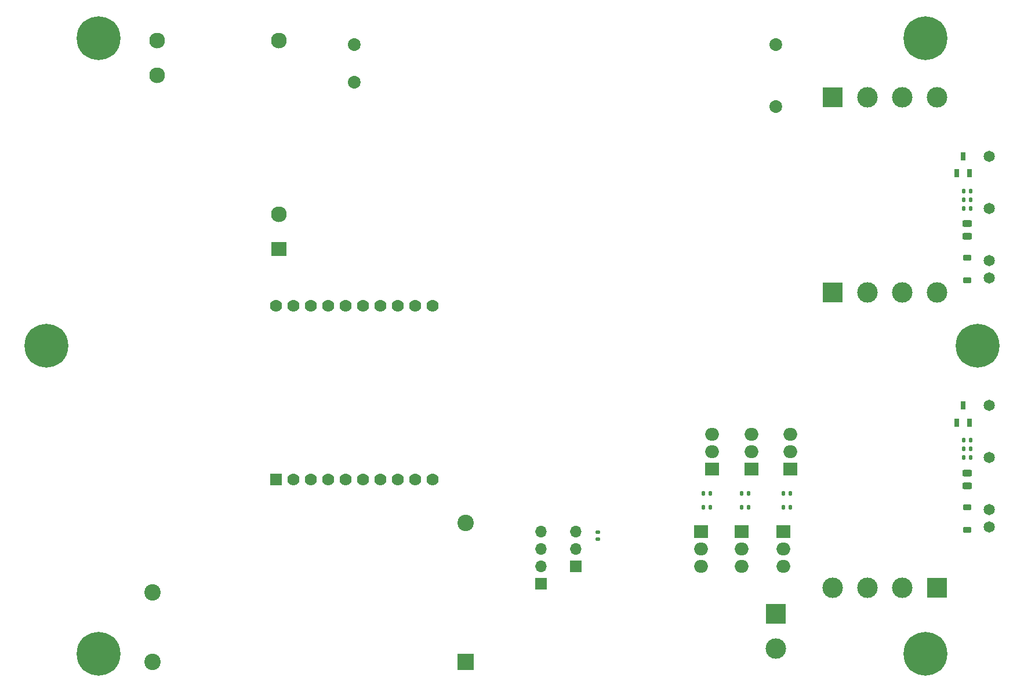
<source format=gbr>
%TF.GenerationSoftware,KiCad,Pcbnew,(7.0.0)*%
%TF.CreationDate,2023-03-18T12:10:04+01:00*%
%TF.ProjectId,rgb-garden-box,7267622d-6761-4726-9465-6e2d626f782e,rev?*%
%TF.SameCoordinates,Original*%
%TF.FileFunction,Soldermask,Top*%
%TF.FilePolarity,Negative*%
%FSLAX46Y46*%
G04 Gerber Fmt 4.6, Leading zero omitted, Abs format (unit mm)*
G04 Created by KiCad (PCBNEW (7.0.0)) date 2023-03-18 12:10:04*
%MOMM*%
%LPD*%
G01*
G04 APERTURE LIST*
G04 Aperture macros list*
%AMRoundRect*
0 Rectangle with rounded corners*
0 $1 Rounding radius*
0 $2 $3 $4 $5 $6 $7 $8 $9 X,Y pos of 4 corners*
0 Add a 4 corners polygon primitive as box body*
4,1,4,$2,$3,$4,$5,$6,$7,$8,$9,$2,$3,0*
0 Add four circle primitives for the rounded corners*
1,1,$1+$1,$2,$3*
1,1,$1+$1,$4,$5*
1,1,$1+$1,$6,$7*
1,1,$1+$1,$8,$9*
0 Add four rect primitives between the rounded corners*
20,1,$1+$1,$2,$3,$4,$5,0*
20,1,$1+$1,$4,$5,$6,$7,0*
20,1,$1+$1,$6,$7,$8,$9,0*
20,1,$1+$1,$8,$9,$2,$3,0*%
G04 Aperture macros list end*
%ADD10O,2.000000X1.905000*%
%ADD11R,2.000000X1.905000*%
%ADD12R,0.700000X1.250013*%
%ADD13RoundRect,0.135000X-0.135000X-0.185000X0.135000X-0.185000X0.135000X0.185000X-0.135000X0.185000X0*%
%ADD14C,0.800000*%
%ADD15C,6.400000*%
%ADD16RoundRect,0.135000X0.135000X0.185000X-0.135000X0.185000X-0.135000X-0.185000X0.135000X-0.185000X0*%
%ADD17C,1.650000*%
%ADD18R,3.000000X3.000000*%
%ADD19C,3.000000*%
%ADD20C,1.860000*%
%ADD21R,1.700000X1.700000*%
%ADD22O,1.700000X1.700000*%
%ADD23RoundRect,0.243750X0.456250X-0.243750X0.456250X0.243750X-0.456250X0.243750X-0.456250X-0.243750X0*%
%ADD24R,2.400000X2.400000*%
%ADD25C,2.400000*%
%ADD26R,1.778000X1.778000*%
%ADD27C,1.778000*%
%ADD28R,2.300000X2.000000*%
%ADD29C,2.300000*%
%ADD30RoundRect,0.225000X0.375000X-0.225000X0.375000X0.225000X-0.375000X0.225000X-0.375000X-0.225000X0*%
%ADD31RoundRect,0.135000X0.185000X-0.135000X0.185000X0.135000X-0.185000X0.135000X-0.185000X-0.135000X0*%
G04 APERTURE END LIST*
D10*
%TO.C,Q8*%
X192583999Y-102615999D03*
X192583999Y-105155999D03*
D11*
X192583999Y-107695999D03*
%TD*%
D10*
%TO.C,Q7*%
X186943999Y-102615999D03*
X186943999Y-105155999D03*
D11*
X186943999Y-107695999D03*
%TD*%
%TO.C,Q6*%
X181203999Y-107695999D03*
D10*
X181203999Y-105155999D03*
X181203999Y-102615999D03*
%TD*%
%TO.C,Q5*%
X179591999Y-121919999D03*
X179591999Y-119379999D03*
D11*
X179591999Y-116839999D03*
%TD*%
D10*
%TO.C,Q3*%
X185471999Y-121919999D03*
X185471999Y-119379999D03*
D11*
X185471999Y-116839999D03*
%TD*%
D10*
%TO.C,Q2*%
X191567999Y-121919999D03*
X191567999Y-119379999D03*
D11*
X191567999Y-116839999D03*
%TD*%
D12*
%TO.C,Q1*%
X218785279Y-64466283D03*
X216885355Y-64466283D03*
X217835317Y-61966919D03*
%TD*%
D13*
%TO.C,R8*%
X217930000Y-104775000D03*
X218950000Y-104775000D03*
%TD*%
D14*
%TO.C,REF\u002A\u002A*%
X209920000Y-134690000D03*
X210622944Y-132992944D03*
X210622944Y-136387056D03*
X212320000Y-132290000D03*
D15*
X212320000Y-134690000D03*
D14*
X212320000Y-137090000D03*
X214017056Y-132992944D03*
X214017056Y-136387056D03*
X214720000Y-134690000D03*
%TD*%
D16*
%TO.C,R2*%
X218960000Y-67046920D03*
X217940000Y-67046920D03*
%TD*%
%TO.C,R7*%
X218950000Y-103505000D03*
X217930000Y-103505000D03*
%TD*%
D13*
%TO.C,R12*%
X186490000Y-111252000D03*
X185470000Y-111252000D03*
%TD*%
D17*
%TO.C,K1*%
X221625000Y-79746920D03*
X221625000Y-77206920D03*
X221625000Y-69586920D03*
X221625000Y-61966920D03*
%TD*%
D13*
%TO.C,R3*%
X217940000Y-68316920D03*
X218960000Y-68316920D03*
%TD*%
D14*
%TO.C,REF\u002A\u002A*%
X89220000Y-134690000D03*
X89922944Y-132992944D03*
X89922944Y-136387056D03*
X91620000Y-132290000D03*
D15*
X91620000Y-134690000D03*
D14*
X91620000Y-137090000D03*
X93317056Y-132992944D03*
X93317056Y-136387056D03*
X94020000Y-134690000D03*
%TD*%
D18*
%TO.C,J5*%
X198754999Y-81914999D03*
D19*
X203835000Y-81915000D03*
X208915000Y-81915000D03*
X213995000Y-81915000D03*
%TD*%
D18*
%TO.C,J6*%
X213994999Y-125094999D03*
D19*
X208915000Y-125095000D03*
X203835000Y-125095000D03*
X198755000Y-125095000D03*
%TD*%
D14*
%TO.C,REF\u002A\u002A*%
X89220000Y-44690000D03*
X89922944Y-42992944D03*
X89922944Y-46387056D03*
X91620000Y-42290000D03*
D15*
X91620000Y-44690000D03*
D14*
X91620000Y-47090000D03*
X93317056Y-42992944D03*
X93317056Y-46387056D03*
X94020000Y-44690000D03*
%TD*%
D13*
%TO.C,R5*%
X192586000Y-113284000D03*
X191566000Y-113284000D03*
%TD*%
D20*
%TO.C,PS1*%
X128960000Y-45675000D03*
X128960000Y-51175000D03*
X190460000Y-54675000D03*
X190460000Y-45675000D03*
%TD*%
D13*
%TO.C,R11*%
X179882000Y-111252000D03*
X180902000Y-111252000D03*
%TD*%
D17*
%TO.C,K2*%
X221615000Y-116205000D03*
X221615000Y-113665000D03*
X221615000Y-106045000D03*
X221615000Y-98425000D03*
%TD*%
D21*
%TO.C,J1*%
X161289999Y-121919999D03*
D22*
X161289999Y-119379999D03*
X161289999Y-116839999D03*
%TD*%
D13*
%TO.C,R13*%
X192586000Y-111252000D03*
X191566000Y-111252000D03*
%TD*%
D23*
%TO.C,D3*%
X218440000Y-110157500D03*
X218440000Y-108282500D03*
%TD*%
D18*
%TO.C,J4*%
X198754999Y-53339999D03*
D19*
X203835000Y-53340000D03*
X208915000Y-53340000D03*
X213995000Y-53340000D03*
%TD*%
D14*
%TO.C,REF\u002A\u002A*%
X81570000Y-89690000D03*
X82272944Y-87992944D03*
X82272944Y-91387056D03*
X83970000Y-87290000D03*
D15*
X83970000Y-89690000D03*
D14*
X83970000Y-92090000D03*
X85667056Y-87992944D03*
X85667056Y-91387056D03*
X86370000Y-89690000D03*
%TD*%
%TO.C,REF\u002A\u002A*%
X217570000Y-89690000D03*
X218272944Y-87992944D03*
X218272944Y-91387056D03*
X219970000Y-87290000D03*
D15*
X219970000Y-89690000D03*
D14*
X219970000Y-92090000D03*
X221667056Y-87992944D03*
X221667056Y-91387056D03*
X222370000Y-89690000D03*
%TD*%
D13*
%TO.C,R10*%
X217930000Y-106045000D03*
X218950000Y-106045000D03*
%TD*%
D18*
%TO.C,J3*%
X190499999Y-128904999D03*
D19*
X190500000Y-133985000D03*
%TD*%
D24*
%TO.C,PS2*%
X145162499Y-135897499D03*
D25*
X145162500Y-115577500D03*
X99442500Y-125737500D03*
X99442500Y-135897500D03*
%TD*%
D13*
%TO.C,R6*%
X186490000Y-113284000D03*
X185470000Y-113284000D03*
%TD*%
D26*
%TO.C,U1*%
X117474999Y-109219999D03*
D27*
X120015000Y-109220000D03*
X122555000Y-109220000D03*
X125095000Y-109220000D03*
X127635000Y-109220000D03*
X130175000Y-109220000D03*
X132715000Y-109220000D03*
X135255000Y-109220000D03*
X137795000Y-109220000D03*
X140335000Y-109220000D03*
X140335000Y-83820000D03*
X137795000Y-83820000D03*
X135255000Y-83820000D03*
X132715000Y-83820000D03*
X130175000Y-83820000D03*
X127635000Y-83820000D03*
X125095000Y-83820000D03*
X122555000Y-83820000D03*
X120015000Y-83820000D03*
X117475000Y-83820000D03*
%TD*%
D28*
%TO.C,PS3*%
X117967499Y-75564999D03*
D29*
X117967500Y-70485000D03*
X117967500Y-45085000D03*
X100187500Y-45085000D03*
X100187500Y-50165000D03*
%TD*%
D30*
%TO.C,D2*%
X218450000Y-80126920D03*
X218450000Y-76826920D03*
%TD*%
D14*
%TO.C,REF\u002A\u002A*%
X209920000Y-44690000D03*
X210622944Y-42992944D03*
X210622944Y-46387056D03*
X212320000Y-42290000D03*
D15*
X212320000Y-44690000D03*
D14*
X212320000Y-47090000D03*
X214017056Y-42992944D03*
X214017056Y-46387056D03*
X214720000Y-44690000D03*
%TD*%
D31*
%TO.C,R1*%
X164465000Y-117985000D03*
X164465000Y-116965000D03*
%TD*%
D13*
%TO.C,R9*%
X180902000Y-113284000D03*
X179882000Y-113284000D03*
%TD*%
D30*
%TO.C,D4*%
X218440000Y-116585000D03*
X218440000Y-113285000D03*
%TD*%
D12*
%TO.C,Q4*%
X218775279Y-100924363D03*
X216875355Y-100924363D03*
X217825317Y-98424999D03*
%TD*%
D23*
%TO.C,D1*%
X218450000Y-73699420D03*
X218450000Y-71824420D03*
%TD*%
D13*
%TO.C,R4*%
X217940000Y-69586920D03*
X218960000Y-69586920D03*
%TD*%
D21*
%TO.C,J2*%
X156209999Y-124459999D03*
D22*
X156209999Y-121919999D03*
X156209999Y-119379999D03*
X156209999Y-116839999D03*
%TD*%
M02*

</source>
